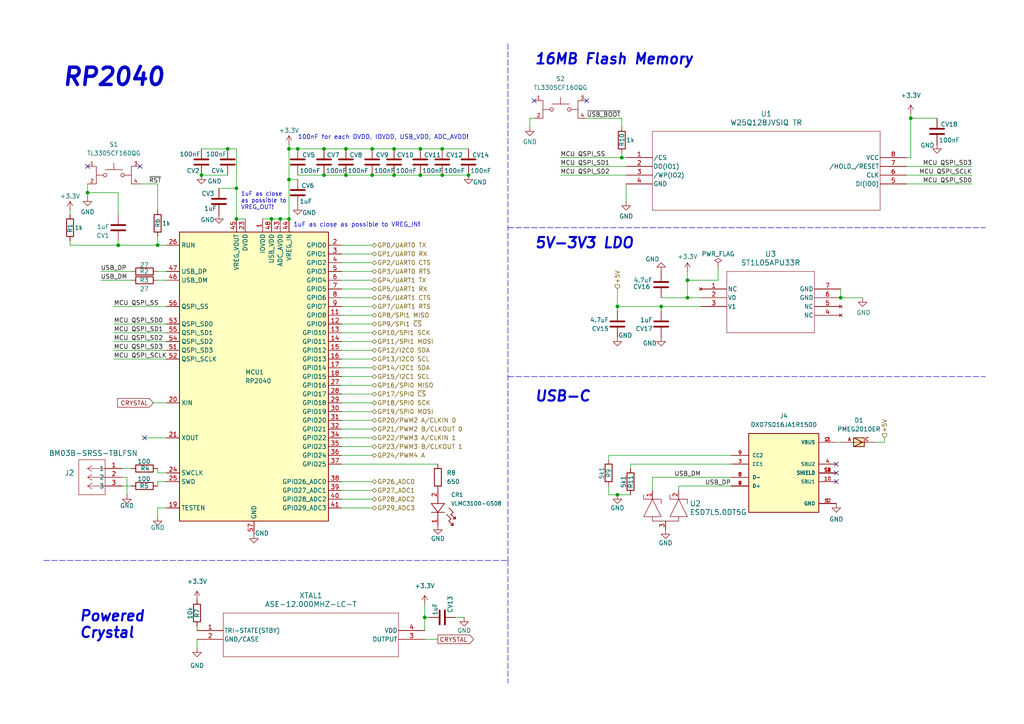
<source format=kicad_sch>
(kicad_sch (version 20231120) (generator "eeschema") (generator_version "8.0")
  (paper "A4")
  (title_block (title "RP2040 Standard") (company "Porto Space Team") (comment 1 "Miguel Amorim"))
  (lib_symbols
    (symbol "16MB_Flash:W25Q128JVSIQ_TR" (pin_names (offset 0.254))
      (property "Reference" "U" (at 40.64 12.7 0))
      (property "Value" "W25Q128JVSIQ TR" (at 40.64 10.16 0))
      (symbol "W25Q128JVSIQ_TR_0_1"
        (pin input line (at 0 0 0) (length 7.62) (name "/CS") (number "1"))
        (pin bidirectional line (at 0 -2.54 0) (length 7.62) (name "DO(IO1)") (number "2"))
        (pin bidirectional line (at 0 -5.08 0) (length 7.62) (name "/WP(IO2)") (number "3"))
        (pin passive line (at 0 -7.62 0) (length 7.62) (name "GND") (number "4"))
        (pin bidirectional line (at 81.28 -7.62 180) (length 7.62) (name "DI(IO0)") (number "5"))
        (pin input line (at 81.28 -5.08 180) (length 7.62) (name "CLK") (number "6"))
        (pin bidirectional line (at 81.28 -2.54 180) (length 7.62) (name "/HOLD_/RESET") (number "7"))
        (pin passive line (at 81.28 0 180) (length 7.62) (name "VCC") (number "8"))
      )
    )
    (symbol "AS12MHz:ASE-12.000MHZ-LC-T" (pin_names (offset 0.254))
      (property "Reference" "XTAL" (at 33.02 10.16 0))
      (property "Value" "ASE-12.000MHZ-LC-T" (at 33.02 7.62 0))
      (symbol "ASE-12.000MHZ-LC-T_0_1"
        (pin passive line (at 0 0 0) (length 7.62) (name "TRI-STATE(STBY)") (number "1"))
        (pin passive line (at 0 -2.54 0) (length 7.62) (name "GND/CASE") (number "2"))
        (pin output line (at 66.04 -2.54 180) (length 7.62) (name "OUTPUT") (number "3"))
        (pin power_in line (at 66.04 0 180) (length 7.62) (name "VDD") (number "4"))
      )
    )
    (symbol "DX07S016JA1R1500:DX07S016JA1R1500" (pin_names (offset 1.016))
      (property "Reference" "J" (at -10.16 11.43 0))
      (property "Value" "DX07S016JA1R1500" (at -10.16 -13.97 0))
      (symbol "DX07S016JA1R1500_0_0"
        (pin power_in line (at 15.24 -10.16 180) (length 5.08) (name "GND") (number "1"))
        (pin passive line (at 15.24 -3.81 180) (length 5.08) (name "SBU1") (number "10"))
        (pin passive line (at 15.24 7.62 180) (length 5.08) (name "VBUS") (number "11"))
        (pin power_in line (at 15.24 -10.16 180) (length 5.08) (name "GND") (number "12"))
        (pin passive line (at 15.24 7.62 180) (length 5.08) (name "VBUS") (number "2"))
        (pin passive line (at -15.24 1.27 0) (length 5.08) (name "CC1") (number "3"))
        (pin passive line (at 15.24 1.27 180) (length 5.08) (name "SBU2") (number "4"))
        (pin passive line (at -15.24 -2.54 0) (length 5.08) (name "D-") (number "5"))
        (pin passive line (at -15.24 -5.08 0) (length 5.08) (name "D+") (number "6"))
        (pin passive line (at -15.24 -5.08 0) (length 5.08) (name "D+") (number "7"))
        (pin passive line (at -15.24 -2.54 0) (length 5.08) (name "D-") (number "8"))
        (pin passive line (at -15.24 3.81 0) (length 5.08) (name "CC2") (number "9"))
        (pin passive line (at 15.24 -1.27 180) (length 5.08) (name "SHIELD") (number "S1"))
        (pin passive line (at 15.24 -1.27 180) (length 5.08) (name "SHIELD") (number "S2"))
        (pin passive line (at 15.24 -1.27 180) (length 5.08) (name "SHIELD") (number "S3"))
        (pin passive line (at 15.24 -1.27 180) (length 5.08) (name "SHIELD") (number "S4"))
        (pin passive line (at 15.24 -1.27 180) (length 5.08) (name "SHIELD") (number "S5"))
        (pin passive line (at 15.24 -1.27 180) (length 5.08) (name "SHIELD") (number "S6"))
      )
    )
    (symbol "Device:C" (pin_numbers hide) (pin_names (offset 0.254))
      (property "Reference" "C" (at 0.635 2.54 0))
      (property "Value" "C" (at 0.635 -2.54 0))
      (symbol "C_1_1"
        (pin passive line (at 0 3.81 270) (length 2.794) (name "~") (number "1"))
        (pin passive line (at 0 -3.81 90) (length 2.794) (name "~") (number "2"))
      )
    )
    (symbol "Device:R" (pin_numbers hide) (pin_names (offset 0))
      (property "Reference" "R" (at 2.032 0 90))
      (property "Value" "R" (at 0 0 90))
      (symbol "R_1_1"
        (pin passive line (at 0 3.81 270) (length 1.27) (name "~") (number "1"))
        (pin passive line (at 0 -3.81 90) (length 1.27) (name "~") (number "2"))
      )
    )
    (symbol "ESD7L5_Diode:ESD7L5.0DT5G" (pin_names (offset 0.254))
      (property "Reference" "U" (at 6.35 15.24 0))
      (property "Value" "ESD7L5.0DT5G" (at 6.35 12.7 0))
      (symbol "ESD7L5.0DT5G_1_1"
        (pin passive line (at 2.54 11.43 270) (length 2.54) (name "") (number "1"))
        (pin passive line (at 10.16 11.43 270) (length 2.54) (name "") (number "2"))
        (pin passive line (at 6.35 0 90) (length 2.54) (name "") (number "3"))
      )
    )
    (symbol "GreenLED__VLMC3100-GS08:VLMC3100-GS08" (pin_names (offset 0.254))
      (property "Reference" "CR" (at 5.08 -4.445 0))
      (property "Value" "VLMC3100-GS08" (at 5.08 -7.62 0))
      (symbol "VLMC3100-GS08_1_1"
        (pin passive line (at 10.16 0 180) (length 2.54) (name "") (number "1"))
        (pin passive line (at 0 0 0) (length 2.54) (name "") (number "2"))
      )
      (symbol "VLMC3100-GS08_1_2"
        (pin passive line (at 0 10.16 270) (length 2.54) (name "") (number "1"))
        (pin passive line (at 0 0 90) (length 2.54) (name "") (number "2"))
      )
    )
    (symbol "LDO_ST1L05A:ST1L05APU33R" (pin_names (offset 0.254))
      (property "Reference" "U" (at 20.32 10.16 0))
      (property "Value" "ST1L05APU33R" (at 20.32 7.62 0))
      (symbol "ST1L05APU33R_0_1"
        (pin no_connect line (at 0 0 0) (length 7.62) (name "NC") (number "1"))
        (pin passive line (at 0 -2.54 0) (length 7.62) (name "V0") (number "2"))
        (pin passive line (at 0 -5.08 0) (length 7.62) (name "V1") (number "3"))
        (pin no_connect line (at 40.64 -7.62 180) (length 7.62) (name "NC") (number "4"))
        (pin no_connect line (at 40.64 -5.08 180) (length 7.62) (name "NC") (number "5"))
        (pin passive line (at 40.64 -2.54 180) (length 7.62) (name "GND") (number "6"))
        (pin passive line (at 40.64 0 180) (length 7.62) (name "GND") (number "7"))
      )
    )
    (symbol "MCU_RaspberryPi:RP2040"
      (property "Reference" "U" (at 17.78 45.72 0))
      (property "Value" "RP2040" (at 17.78 43.18 0))
      (symbol "RP2040_1_1"
        (pin power_in line (at 2.54 45.72 270) (length 3.81) (name "IOVDD") (number "1"))
        (pin passive line (at 2.54 45.72 270) (length 3.81) hide (name "IOVDD") (number "10"))
        (pin bidirectional line (at 25.4 17.78 180) (length 3.81) (name "GPIO8") (number "11"))
        (pin bidirectional line (at 25.4 15.24 180) (length 3.81) (name "GPIO9") (number "12"))
        (pin bidirectional line (at 25.4 12.7 180) (length 3.81) (name "GPIO10") (number "13"))
        (pin bidirectional line (at 25.4 10.16 180) (length 3.81) (name "GPIO11") (number "14"))
        (pin bidirectional line (at 25.4 7.62 180) (length 3.81) (name "GPIO12") (number "15"))
        (pin bidirectional line (at 25.4 5.08 180) (length 3.81) (name "GPIO13") (number "16"))
        (pin bidirectional line (at 25.4 2.54 180) (length 3.81) (name "GPIO14") (number "17"))
        (pin bidirectional line (at 25.4 0 180) (length 3.81) (name "GPIO15") (number "18"))
        (pin input line (at -25.4 -38.1 0) (length 3.81) (name "TESTEN") (number "19"))
        (pin bidirectional line (at 25.4 38.1 180) (length 3.81) (name "GPIO0") (number "2"))
        (pin input line (at -25.4 -7.62 0) (length 3.81) (name "XIN") (number "20"))
        (pin passive line (at -25.4 -17.78 0) (length 3.81) (name "XOUT") (number "21"))
        (pin passive line (at 2.54 45.72 270) (length 3.81) hide (name "IOVDD") (number "22"))
        (pin power_in line (at -2.54 45.72 270) (length 3.81) (name "DVDD") (number "23"))
        (pin input line (at -25.4 -27.94 0) (length 3.81) (name "SWCLK") (number "24"))
        (pin bidirectional line (at -25.4 -30.48 0) (length 3.81) (name "SWD") (number "25"))
        (pin input line (at -25.4 38.1 0) (length 3.81) (name "RUN") (number "26"))
        (pin bidirectional line (at 25.4 -2.54 180) (length 3.81) (name "GPIO16") (number "27"))
        (pin bidirectional line (at 25.4 -5.08 180) (length 3.81) (name "GPIO17") (number "28"))
        (pin bidirectional line (at 25.4 -7.62 180) (length 3.81) (name "GPIO18") (number "29"))
        (pin bidirectional line (at 25.4 35.56 180) (length 3.81) (name "GPIO1") (number "3"))
        (pin bidirectional line (at 25.4 -10.16 180) (length 3.81) (name "GPIO19") (number "30"))
        (pin bidirectional line (at 25.4 -12.7 180) (length 3.81) (name "GPIO20") (number "31"))
        (pin bidirectional line (at 25.4 -15.24 180) (length 3.81) (name "GPIO21") (number "32"))
        (pin passive line (at 2.54 45.72 270) (length 3.81) hide (name "IOVDD") (number "33"))
        (pin bidirectional line (at 25.4 -17.78 180) (length 3.81) (name "GPIO22") (number "34"))
        (pin bidirectional line (at 25.4 -20.32 180) (length 3.81) (name "GPIO23") (number "35"))
        (pin bidirectional line (at 25.4 -22.86 180) (length 3.81) (name "GPIO24") (number "36"))
        (pin bidirectional line (at 25.4 -25.4 180) (length 3.81) (name "GPIO25") (number "37"))
        (pin bidirectional line (at 25.4 -30.48 180) (length 3.81) (name "GPIO26_ADC0") (number "38"))
        (pin bidirectional line (at 25.4 -33.02 180) (length 3.81) (name "GPIO27_ADC1") (number "39"))
        (pin bidirectional line (at 25.4 33.02 180) (length 3.81) (name "GPIO2") (number "4"))
        (pin bidirectional line (at 25.4 -35.56 180) (length 3.81) (name "GPIO28_ADC2") (number "40"))
        (pin bidirectional line (at 25.4 -38.1 180) (length 3.81) (name "GPIO29_ADC3") (number "41"))
        (pin passive line (at 2.54 45.72 270) (length 3.81) hide (name "IOVDD") (number "42"))
        (pin power_in line (at 7.62 45.72 270) (length 3.81) (name "ADC_AVDD") (number "43"))
        (pin power_in line (at 10.16 45.72 270) (length 3.81) (name "VREG_IN") (number "44"))
        (pin power_out line (at -5.08 45.72 270) (length 3.81) (name "VREG_VOUT") (number "45"))
        (pin bidirectional line (at -25.4 27.94 0) (length 3.81) (name "USB_DM") (number "46"))
        (pin bidirectional line (at -25.4 30.48 0) (length 3.81) (name "USB_DP") (number "47"))
        (pin power_in line (at 5.08 45.72 270) (length 3.81) (name "USB_VDD") (number "48"))
        (pin passive line (at 2.54 45.72 270) (length 3.81) hide (name "IOVDD") (number "49"))
        (pin bidirectional line (at 25.4 30.48 180) (length 3.81) (name "GPIO3") (number "5"))
        (pin passive line (at -2.54 45.72 270) (length 3.81) hide (name "DVDD") (number "50"))
        (pin bidirectional line (at -25.4 7.62 0) (length 3.81) (name "QSPI_SD3") (number "51"))
        (pin output line (at -25.4 5.08 0) (length 3.81) (name "QSPI_SCLK") (number "52"))
        (pin bidirectional line (at -25.4 15.24 0) (length 3.81) (name "QSPI_SD0") (number "53"))
        (pin bidirectional line (at -25.4 10.16 0) (length 3.81) (name "QSPI_SD2") (number "54"))
        (pin bidirectional line (at -25.4 12.7 0) (length 3.81) (name "QSPI_SD1") (number "55"))
        (pin bidirectional line (at -25.4 20.32 0) (length 3.81) (name "QSPI_SS") (number "56"))
        (pin power_in line (at 0 -45.72 90) (length 3.81) (name "GND") (number "57"))
        (pin bidirectional line (at 25.4 27.94 180) (length 3.81) (name "GPIO4") (number "6"))
        (pin bidirectional line (at 25.4 25.4 180) (length 3.81) (name "GPIO5") (number "7"))
        (pin bidirectional line (at 25.4 22.86 180) (length 3.81) (name "GPIO6") (number "8"))
        (pin bidirectional line (at 25.4 20.32 180) (length 3.81) (name "GPIO7") (number "9"))
      )
    )
    (symbol "PMEG2010ER:PMEG2010ER" (pin_names (offset 1.016))
      (property "Reference" "D" (at -3.8116 1.7534 0))
      (property "Value" "PMEG2010ER" (at -3.816 -3.5871 0))
      (symbol "PMEG2010ER_0_0"
        (pin passive line (at -5.08 0 0) (length 5.08) (name "~") (number "A"))
        (pin passive line (at 5.08 0 180) (length 5.08) (name "~") (number "C"))
      )
    )
    (symbol "SWD_Con:BM03B-SRSS-TBLFSN" (pin_names (offset 0.254))
      (property "Reference" "J" (at 8.89 6.35 0))
      (property "Value" "BM03B-SRSS-TBLFSN" (at 0 0 0))
      (symbol "BM03B-SRSS-TBLFSN_1_1"
        (pin passive line (at 0 0 0) (length 5.08) (name "1") (number "1"))
        (pin passive line (at 0 -2.54 0) (length 5.08) (name "2") (number "2"))
        (pin passive line (at 0 -5.08 0) (length 5.08) (name "3") (number "3"))
      )
      (symbol "BM03B-SRSS-TBLFSN_1_2"
        (pin passive line (at 0 0 0) (length 5.08) (name "1") (number "1"))
        (pin passive line (at 0 -2.54 0) (length 5.08) (name "2") (number "2"))
        (pin passive line (at 0 -5.08 0) (length 5.08) (name "3") (number "3"))
      )
    )
    (symbol "TL3305CF160QG:TL3305CF160QG" (pin_names (offset 1.016))
      (property "Reference" "S" (at -5.08 5.08 0))
      (property "Value" "TL3305CF160QG" (at -5.08 -5.08 0))
      (symbol "TL3305CF160QG_0_0"
        (pin passive line (at -7.62 2.54 0) (length 2.54) (name "~") (number "1"))
        (pin passive line (at -7.62 -2.54 0) (length 2.54) (name "~") (number "2"))
        (pin passive line (at 7.62 2.54 180) (length 2.54) (name "~") (number "3"))
        (pin passive line (at 7.62 -2.54 180) (length 2.54) (name "~") (number "4"))
      )
    )
    (symbol "power:+3.3V" (power) (pin_numbers hide) (pin_names (offset 0) hide)
      (property "Value" "+3.3V" (at 0 3.556 0))
      (symbol "+3.3V_1_1"
        (pin power_in line (at 0 0 90) (length 0) (name "~") (number "1"))
      )
    )
    (symbol "power:GND" (power) (pin_numbers hide) (pin_names (offset 0) hide)
      (property "Value" "GND" (at 0 -3.81 0))
      (symbol "GND_1_1"
        (pin power_in line (at 0 0 270) (length 0) (name "~") (number "1"))
      )
    )
    (symbol "power:PWR_FLAG" (power) (pin_numbers hide) (pin_names (offset 0) hide)
      (property "Value" "PWR_FLAG" (at 0 3.81 0))
      (symbol "PWR_FLAG_0_0"
        (pin power_out line (at 0 0 90) (length 0) (name "~") (number "1"))
      )
    )
  )
  (junction (at 107.95 50.8))
  (junction (at 114.3 43.18))
  (junction (at 243.84 86.36))
  (junction (at 123.19 179.07))
  (junction (at 25.4 55.88))
  (junction (at 135.89 50.8))
  (junction (at 114.3 50.8))
  (junction (at 191.77 88.9))
  (junction (at 45.72 71.12))
  (junction (at 78.74 63.5))
  (junction (at 121.92 50.8))
  (junction (at 66.04 43.18))
  (junction (at 83.82 63.5))
  (junction (at 264.16 34.29))
  (junction (at 34.29 71.12))
  (junction (at 93.98 50.8))
  (junction (at 199.39 81.28))
  (junction (at 93.98 43.18))
  (junction (at 83.82 52.07))
  (junction (at 100.33 43.18))
  (junction (at 83.82 43.18))
  (junction (at 107.95 43.18))
  (junction (at 58.42 50.8))
  (junction (at 68.58 63.5))
  (junction (at 68.58 54.61))
  (junction (at 100.33 50.8))
  (junction (at 121.92 43.18))
  (junction (at 81.28 63.5))
  (junction (at 179.07 88.9))
  (junction (at 86.36 43.18))
  (junction (at 180.34 45.72))
  (junction (at 128.27 43.18))
  (junction (at 199.39 86.36))
  (junction (at 128.27 50.8))
  (junction (at 179.07 143.51))
  (no_connect (at 242.57 134.62))
  (no_connect (at 40.64 48.26))
  (no_connect (at 242.57 139.7))
  (no_connect (at 242.57 137.16))
  (no_connect (at 154.94 29.21))
  (no_connect (at 41.91 127))
  (no_connect (at 170.18 29.21))
  (no_connect (at 25.4 48.26))
  (wire (pts (xy 76.2 63.5) (xy 78.74 63.5)))
  (wire (pts (xy 196.85 140.97) (xy 196.85 142.24)))
  (wire (pts (xy 99.06 83.82) (xy 107.95 83.82)))
  (wire (pts (xy 179.07 143.51) (xy 176.53 143.51)))
  (wire (pts (xy 45.72 78.74) (xy 48.26 78.74)))
  (wire (pts (xy 100.33 43.18) (xy 93.98 43.18)))
  (wire (pts (xy 107.95 50.8) (xy 114.3 50.8)))
  (polyline (pts (xy 147.32 109.22) (xy 285.75 109.22)) (stroke (width 0) (type dash)))
  (wire (pts (xy 99.06 119.38) (xy 107.95 119.38)))
  (wire (pts (xy 262.89 48.26) (xy 281.94 48.26)))
  (wire (pts (xy 123.19 179.07) (xy 124.46 179.07)))
  (wire (pts (xy 181.61 48.26) (xy 162.56 48.26)))
  (wire (pts (xy 99.06 99.06) (xy 107.95 99.06)))
  (wire (pts (xy 34.29 71.12) (xy 45.72 71.12)))
  (wire (pts (xy 25.4 55.88) (xy 25.4 57.15)))
  (wire (pts (xy 181.61 53.34) (xy 181.61 58.42)))
  (wire (pts (xy 179.07 83.82) (xy 179.07 88.9)))
  (wire (pts (xy 256.54 127) (xy 256.54 128.27)))
  (wire (pts (xy 123.19 175.26) (xy 123.19 179.07)))
  (wire (pts (xy 81.28 63.5) (xy 83.82 63.5)))
  (wire (pts (xy 45.72 81.28) (xy 48.26 81.28)))
  (wire (pts (xy 162.56 45.72) (xy 180.34 45.72)))
  (wire (pts (xy 86.36 43.18) (xy 83.82 43.18)))
  (wire (pts (xy 199.39 78.74) (xy 199.39 81.28)))
  (wire (pts (xy 99.06 142.24) (xy 107.95 142.24)))
  (wire (pts (xy 100.33 50.8) (xy 107.95 50.8)))
  (wire (pts (xy 114.3 50.8) (xy 121.92 50.8)))
  (wire (pts (xy 68.58 54.61) (xy 68.58 43.18)))
  (wire (pts (xy 99.06 132.08) (xy 107.95 132.08)))
  (wire (pts (xy 99.06 129.54) (xy 107.95 129.54)))
  (wire (pts (xy 182.88 143.51) (xy 179.07 143.51)))
  (wire (pts (xy 33.02 88.9) (xy 48.26 88.9)))
  (wire (pts (xy 99.06 101.6) (xy 107.95 101.6)))
  (wire (pts (xy 99.06 111.76) (xy 107.95 111.76)))
  (wire (pts (xy 99.06 73.66) (xy 107.95 73.66)))
  (wire (pts (xy 128.27 50.8) (xy 135.89 50.8)))
  (wire (pts (xy 33.02 104.14) (xy 48.26 104.14)))
  (wire (pts (xy 107.95 43.18) (xy 100.33 43.18)))
  (wire (pts (xy 99.06 96.52) (xy 107.95 96.52)))
  (wire (pts (xy 199.39 86.36) (xy 203.2 86.36)))
  (wire (pts (xy 189.23 138.43) (xy 189.23 142.24)))
  (wire (pts (xy 153.67 34.29) (xy 153.67 36.83)))
  (wire (pts (xy 99.06 78.74) (xy 107.95 78.74)))
  (wire (pts (xy 180.34 34.29) (xy 170.18 34.29)))
  (wire (pts (xy 34.29 55.88) (xy 25.4 55.88)))
  (wire (pts (xy 99.06 139.7) (xy 107.95 139.7)))
  (wire (pts (xy 45.72 147.32) (xy 48.26 147.32)))
  (wire (pts (xy 99.06 71.12) (xy 107.95 71.12)))
  (wire (pts (xy 99.06 91.44) (xy 107.95 91.44)))
  (wire (pts (xy 132.08 179.07) (xy 134.62 179.07)))
  (wire (pts (xy 242.57 128.27) (xy 243.84 128.27)))
  (wire (pts (xy 99.06 88.9) (xy 107.95 88.9)))
  (wire (pts (xy 20.32 60.96) (xy 20.32 62.23)))
  (wire (pts (xy 99.06 116.84) (xy 107.95 116.84)))
  (wire (pts (xy 114.3 43.18) (xy 107.95 43.18)))
  (wire (pts (xy 179.07 88.9) (xy 191.77 88.9)))
  (wire (pts (xy 99.06 106.68) (xy 107.95 106.68)))
  (wire (pts (xy 34.29 71.12) (xy 20.32 71.12)))
  (wire (pts (xy 68.58 43.18) (xy 66.04 43.18)))
  (wire (pts (xy 262.89 50.8) (xy 281.94 50.8)))
  (wire (pts (xy 86.36 50.8) (xy 93.98 50.8)))
  (wire (pts (xy 35.56 140.97) (xy 38.1 140.97)))
  (wire (pts (xy 93.98 43.18) (xy 86.36 43.18)))
  (wire (pts (xy 35.56 138.43) (xy 36.83 138.43)))
  (polyline (pts (xy 147.32 12.7) (xy 147.32 162.56)) (stroke (width 0) (type dash)))
  (wire (pts (xy 83.82 52.07) (xy 86.36 52.07)))
  (wire (pts (xy 33.02 93.98) (xy 48.26 93.98)))
  (wire (pts (xy 33.02 99.06) (xy 48.26 99.06)))
  (wire (pts (xy 191.77 86.36) (xy 199.39 86.36)))
  (wire (pts (xy 199.39 81.28) (xy 199.39 86.36)))
  (wire (pts (xy 99.06 104.14) (xy 107.95 104.14)))
  (wire (pts (xy 264.16 34.29) (xy 264.16 33.02)))
  (wire (pts (xy 212.09 134.62) (xy 182.88 134.62)))
  (wire (pts (xy 123.19 179.07) (xy 123.19 182.88)))
  (wire (pts (xy 40.64 53.34) (xy 45.72 53.34)))
  (wire (pts (xy 176.53 143.51) (xy 176.53 140.97)))
  (wire (pts (xy 243.84 86.36) (xy 250.19 86.36)))
  (wire (pts (xy 262.89 45.72) (xy 264.16 45.72)))
  (wire (pts (xy 44.45 116.84) (xy 48.26 116.84)))
  (polyline (pts (xy 147.32 162.56) (xy 147.32 198.12)) (stroke (width 0) (type dash)))
  (wire (pts (xy 35.56 135.89) (xy 38.1 135.89)))
  (wire (pts (xy 99.06 109.22) (xy 107.95 109.22)))
  (wire (pts (xy 179.07 88.9) (xy 179.07 90.17)))
  (wire (pts (xy 180.34 36.83) (xy 180.34 34.29)))
  (wire (pts (xy 83.82 43.18) (xy 83.82 52.07)))
  (wire (pts (xy 45.72 140.97) (xy 45.72 139.7)))
  (wire (pts (xy 25.4 53.34) (xy 25.4 55.88)))
  (wire (pts (xy 68.58 54.61) (xy 68.58 63.5)))
  (wire (pts (xy 262.89 53.34) (xy 281.94 53.34)))
  (wire (pts (xy 57.15 181.61) (xy 57.15 182.88)))
  (wire (pts (xy 199.39 81.28) (xy 208.28 81.28)))
  (wire (pts (xy 181.61 50.8) (xy 162.56 50.8)))
  (wire (pts (xy 99.06 114.3) (xy 107.95 114.3)))
  (wire (pts (xy 93.98 50.8) (xy 100.33 50.8)))
  (wire (pts (xy 180.34 44.45) (xy 180.34 45.72)))
  (wire (pts (xy 33.02 101.6) (xy 48.26 101.6)))
  (wire (pts (xy 189.23 138.43) (xy 212.09 138.43)))
  (wire (pts (xy 182.88 134.62) (xy 182.88 135.89)))
  (wire (pts (xy 256.54 128.27) (xy 254 128.27)))
  (wire (pts (xy 45.72 71.12) (xy 48.26 71.12)))
  (wire (pts (xy 41.91 127) (xy 48.26 127)))
  (wire (pts (xy 29.21 78.74) (xy 38.1 78.74)))
  (wire (pts (xy 33.02 96.52) (xy 48.26 96.52)))
  (wire (pts (xy 83.82 52.07) (xy 83.82 63.5)))
  (polyline (pts (xy 12.7 162.56) (xy 147.32 162.56)) (stroke (width 0) (type dash)))
  (wire (pts (xy 45.72 149.86) (xy 45.72 147.32)))
  (wire (pts (xy 99.06 93.98) (xy 107.95 93.98)))
  (wire (pts (xy 180.34 45.72) (xy 181.61 45.72)))
  (wire (pts (xy 99.06 81.28) (xy 107.95 81.28)))
  (wire (pts (xy 45.72 137.16) (xy 48.26 137.16)))
  (polyline (pts (xy 147.32 66.04) (xy 285.75 66.04)) (stroke (width 0) (type dash)))
  (wire (pts (xy 45.72 68.58) (xy 45.72 71.12)))
  (wire (pts (xy 121.92 43.18) (xy 114.3 43.18)))
  (wire (pts (xy 29.21 81.28) (xy 38.1 81.28)))
  (wire (pts (xy 36.83 138.43) (xy 36.83 143.51)))
  (wire (pts (xy 191.77 90.17) (xy 191.77 88.9)))
  (wire (pts (xy 99.06 134.62) (xy 127 134.62)))
  (wire (pts (xy 99.06 127) (xy 107.95 127)))
  (wire (pts (xy 34.29 71.12) (xy 34.29 69.85)))
  (wire (pts (xy 264.16 45.72) (xy 264.16 34.29)))
  (wire (pts (xy 176.53 132.08) (xy 212.09 132.08)))
  (wire (pts (xy 45.72 137.16) (xy 45.72 135.89)))
  (wire (pts (xy 154.94 34.29) (xy 153.67 34.29)))
  (wire (pts (xy 128.27 43.18) (xy 135.89 43.18)))
  (wire (pts (xy 243.84 83.82) (xy 243.84 86.36)))
  (wire (pts (xy 121.92 50.8) (xy 128.27 50.8)))
  (wire (pts (xy 68.58 63.5) (xy 71.12 63.5)))
  (wire (pts (xy 58.42 43.18) (xy 66.04 43.18)))
  (wire (pts (xy 20.32 71.12) (xy 20.32 69.85)))
  (wire (pts (xy 63.5 54.61) (xy 68.58 54.61)))
  (wire (pts (xy 57.15 185.42) (xy 57.15 187.96)))
  (wire (pts (xy 58.42 50.8) (xy 66.04 50.8)))
  (wire (pts (xy 176.53 133.35) (xy 176.53 132.08)))
  (wire (pts (xy 191.77 88.9) (xy 203.2 88.9)))
  (wire (pts (xy 34.29 55.88) (xy 34.29 62.23)))
  (wire (pts (xy 99.06 76.2) (xy 107.95 76.2)))
  (wire (pts (xy 264.16 34.29) (xy 271.78 34.29)))
  (wire (pts (xy 99.06 121.92) (xy 107.95 121.92)))
  (wire (pts (xy 123.19 185.42) (xy 127 185.42)))
  (wire (pts (xy 99.06 147.32) (xy 107.95 147.32)))
  (wire (pts (xy 208.28 81.28) (xy 208.28 77.47)))
  (wire (pts (xy 99.06 124.46) (xy 107.95 124.46)))
  (wire (pts (xy 83.82 41.91) (xy 83.82 43.18)))
  (wire (pts (xy 78.74 63.5) (xy 81.28 63.5)))
  (wire (pts (xy 45.72 139.7) (xy 48.26 139.7)))
  (wire (pts (xy 128.27 43.18) (xy 121.92 43.18)))
  (wire (pts (xy 196.85 140.97) (xy 212.09 140.97)))
  (wire (pts (xy 99.06 86.36) (xy 107.95 86.36)))
  (wire (pts (xy 99.06 144.78) (xy 107.95 144.78)))
  (wire (pts (xy 45.72 53.34) (xy 45.72 60.96)))
  (text "USB-C" (at 154.94 116.84 0) (effects (font (size 3 3) (bold yes) (italic yes)) (justify left bottom)))
  (text "5V-3V3 LDO" (at 154.94 72.39 0) (effects (font (size 3 3) (bold yes) (italic yes)) (justify left bottom)))
  (text "16MB Flash Memory" (at 154.94 19.05 0) (effects (font (size 3 3) (bold yes) (italic yes)) (justify left bottom)))
  (text "Powered\nCrystal" (at 22.86 185.42 0) (effects (font (size 3 3) (bold yes) (italic yes)) (justify left bottom)))
  (text "1uF as close \nas possible to \nVREG_OUT!" (at 69.85 60.96 0) (effects (font (size 1.2 1.2)) (justify left bottom)))
  (text "100nF for each DVDD, IOVDD, USB_VDD, ADC_AVDD!" (at 86.36 40.64 0) (effects (font (size 1.27 1.27)) (justify left bottom)))
  (text "1uF as close as possible to VREG_IN!" (at 85.09 66.04 0) (effects (font (size 1.27 1.27)) (justify left bottom)))
  (text "RP2040" (at 17.78 25.4 0) (effects (font (size 5 5) (thickness 1) (bold yes) (italic yes)) (justify left bottom)))
  (label "MCU QSPI_SCLK" (at 33.02 104.14 0))
  (label "MCU QSPI_SS" (at 162.56 45.72 0))
  (label "MCU QSPI_SCLK" (at 281.94 50.8 180))
  (label "MCU QSPI_SD0" (at 33.02 93.98 0))
  (label "MCU QSPI_SD0" (at 281.94 53.34 180))
  (label "MCU QSPI_SD1" (at 33.02 96.52 0))
  (label "USB_DM" (at 29.21 81.28 0))
  (label "MCU QSPI_SD3" (at 33.02 101.6 0))
  (label "MCU QSPI_SD2" (at 33.02 99.06 0))
  (label "MCU QSPI_SD3" (at 281.94 48.26 180))
  (label "~{USB_BOOT}" (at 170.18 34.29 0))
  (label "MCU QSPI_SS" (at 33.02 88.9 0))
  (label "MCU QSPI_SD2" (at 162.56 50.8 0))
  (label "USB_DP" (at 204.47 140.97 0))
  (label "USB_DM" (at 195.58 138.43 0))
  (label "USB_DP" (at 29.21 78.74 0))
  (label "MCU QSPI_SD1" (at 162.56 48.26 0))
  (label "~{RST}" (at 43.18 53.34 0))
  (global_label "CRYSTAL" (shape input) (at 44.45 116.84 180) (property "Intersheetrefs" "${INTERSHEET_REFS}" (effects (hide yes))))
  (global_label "CRYSTAL" (shape output) (at 127 185.42 0) (property "Intersheetrefs" "${INTERSHEET_REFS}" (effects (hide yes))))
  (hierarchical_label "GP8{slash}SPI1 MISO" (shape bidirectional) (at 107.95 91.44 0))
  (hierarchical_label "+5V" (shape input) (at 256.54 127 90))
  (hierarchical_label "GP24{slash}PWM4 A" (shape bidirectional) (at 107.95 132.08 0))
  (hierarchical_label "GP16{slash}SPI0 MISO" (shape bidirectional) (at 107.95 111.76 0))
  (hierarchical_label "GP13{slash}I2C0 SCL" (shape bidirectional) (at 107.95 104.14 0))
  (hierarchical_label "GP7{slash}UART1 RTS" (shape bidirectional) (at 107.95 88.9 0))
  (hierarchical_label "GP22{slash}PWM3 A{slash}CLKIN 1" (shape bidirectional) (at 107.95 127 0))
  (hierarchical_label "GP9{slash}SPI1 ~{CS}" (shape bidirectional) (at 107.95 93.98 0))
  (hierarchical_label "GP21{slash}PWM2 B{slash}CLKOUT 0" (shape bidirectional) (at 107.95 124.46 0))
  (hierarchical_label "GP12{slash}I2C0 SDA" (shape bidirectional) (at 107.95 101.6 0))
  (hierarchical_label "GP4{slash}UART1 TX" (shape bidirectional) (at 107.95 81.28 0))
  (hierarchical_label "GP5{slash}UART1 RX" (shape bidirectional) (at 107.95 83.82 0))
  (hierarchical_label "GP17{slash}SPI0 ~{CS}" (shape bidirectional) (at 107.95 114.3 0))
  (hierarchical_label "GP10{slash}SPI1 SCK" (shape bidirectional) (at 107.95 96.52 0))
  (hierarchical_label "GP2{slash}UART0 CTS" (shape bidirectional) (at 107.95 76.2 0))
  (hierarchical_label "GP15{slash}I2C1 SCL" (shape bidirectional) (at 107.95 109.22 0))
  (hierarchical_label "GP23{slash}PWM3 B{slash}CLKOUT 1" (shape bidirectional) (at 107.95 129.54 0))
  (hierarchical_label "GP0{slash}UART0 TX" (shape bidirectional) (at 107.95 71.12 0))
  (hierarchical_label "GP27_ADC1" (shape bidirectional) (at 107.95 142.24 0))
  (hierarchical_label "+5V" (shape input) (at 179.07 83.82 90))
  (hierarchical_label "GP29_ADC3" (shape bidirectional) (at 107.95 147.32 0))
  (hierarchical_label "GP18{slash}SPI0 SCK" (shape bidirectional) (at 107.95 116.84 0))
  (hierarchical_label "GP11{slash}SPI1 MOSI" (shape bidirectional) (at 107.95 99.06 0))
  (hierarchical_label "GP19{slash}SPI0 MOSI" (shape bidirectional) (at 107.95 119.38 0))
  (hierarchical_label "GP26_ADC0" (shape bidirectional) (at 107.95 139.7 0))
  (hierarchical_label "GP1{slash}UART0 RX" (shape bidirectional) (at 107.95 73.66 0))
  (hierarchical_label "GP28_ADC2" (shape bidirectional) (at 107.95 144.78 0))
  (hierarchical_label "GP6{slash}UART1 CTS" (shape bidirectional) (at 107.95 86.36 0))
  (hierarchical_label "GP14{slash}I2C1 SDA" (shape bidirectional) (at 107.95 106.68 0))
  (hierarchical_label "GP20{slash}PWM2 A{slash}CLKIN 0" (shape bidirectional) (at 107.95 121.92 0))
  (hierarchical_label "GP3{slash}UART0 RTS" (shape bidirectional) (at 107.95 78.74 0))
  (symbol (lib_id "Device:R") (at 57.15 177.8 0) (mirror x) (unit 1)
    (property "Reference" "R7" (at 57.15 176.53 90) (effects (justify left)))
    (property "Value" "10k" (at 55.118 176.022 90) (effects (justify left)))
    (property "Footprint" "RES_0402:RES_0402" (effects (hide yes)))
    (property "Description" "Resistor" (effects (hide yes)))
  )
  (symbol (lib_id "Device:C") (at 34.29 66.04 180) (unit 1)
    (property "Reference" "CV1" (at 31.75 68.326 0) (effects (justify left)))
    (property "Value" "1uF" (at 31.75 65.786 0) (effects (justify left)))
    (property "Footprint" "Capacitor_0402:Capacitor_0402" (effects (hide yes)))
    (property "Description" "Unpolarized capacitor" (effects (hide yes)))
  )
  (symbol (lib_id "Device:R") (at 41.91 81.28 90) (mirror x) (unit 1)
    (property "Reference" "R3" (at 43.18 81.28 90) (effects (justify left)))
    (property "Value" "27" (at 43.18 83.82 90) (effects (justify left)))
    (property "Footprint" "RES_R0603_27:RES_R0603_27" (effects (hide yes)))
    (property "Description" "Resistor" (effects (hide yes)))
  )
  (symbol (lib_id "power:GND") (at 86.36 59.69 0) (unit 1)
    (property "Reference" "#PWR013" (effects (hide yes)))
    (property "Value" "GND" (at 89.662 61.722 0))
    (property "Description" "Power symbol creates a global label with name \"GND\" , ground" (effects (hide yes)))
  )
  (symbol (lib_id "power:GND") (at 25.4 57.15 0) (unit 1)
    (property "Reference" "#PWR04" (effects (hide yes)))
    (property "Value" "GND" (at 25.4 61.468 0))
    (property "Description" "Power symbol creates a global label with name \"GND\" , ground" (effects (hide yes)))
  )
  (symbol (lib_id "MCU_RaspberryPi:RP2040") (at 73.66 109.22 0) (unit 1)
    (property "Reference" "MCU1" (at 71.12 107.95 0) (effects (justify left)))
    (property "Value" "RP2040" (at 71.12 110.49 0) (effects (justify left)))
    (property "Footprint" "Package_DFN_QFN:QFN-56-1EP_7x7mm_P0.4mm_EP3.2x3.2mm" (effects (hide yes)))
    (property "Datasheet" "https://datasheets.raspberrypi.com/rp2040/rp2040-datasheet.pdf" (effects (hide yes)))
    (property "Description" "A microcontroller by Raspberry Pi" (effects (hide yes)))
  )
  (symbol (lib_id "power:GND") (at 45.72 149.86 0) (unit 1)
    (property "Reference" "#PWR06" (effects (hide yes)))
    (property "Value" "GND" (at 45.72 153.035 0))
    (property "Description" "Power symbol creates a global label with name \"GND\" , ground" (effects (hide yes)))
  )
  (symbol (lib_id "Device:C") (at 86.36 55.88 0) (unit 1)
    (property "Reference" "CV6" (at 87.376 53.848 0) (effects (justify left)))
    (property "Value" "1uF" (at 86.868 58.42 0) (effects (justify left)))
    (property "Footprint" "Capacitor_0402:Capacitor_0402" (effects (hide yes)))
    (property "Description" "Unpolarized capacitor" (effects (hide yes)))
  )
  (symbol (lib_id "ESD7L5_Diode:ESD7L5.0DT5G") (at 186.69 153.67 0) (unit 1)
    (property "Reference" "U2" (at 200.025 146.0499 0) (effects (font (size 1.524 1.524)) (justify left)))
    (property "Value" "ESD7L5.0DT5G" (at 200.025 148.5899 0) (effects (font (size 1.524 1.524)) (justify left)))
    (property "Footprint" "SOT-723_0P85X1P25_ONS" (effects (hide yes)))
    (property "Datasheet" "ESD7L5.0DT5G" (effects (hide yes)))
  )
  (symbol (lib_id "Device:R") (at 41.91 140.97 90) (mirror x) (unit 1)
    (property "Reference" "R5" (at 43.18 140.97 90) (effects (justify left)))
    (property "Value" "100" (at 43.688 138.938 90) (effects (justify left)))
    (property "Footprint" "RES_0402:RES_0402" (effects (hide yes)))
    (property "Description" "Resistor" (effects (hide yes)))
  )
  (symbol (lib_id "Device:R") (at 180.34 40.64 0) (unit 1)
    (property "Reference" "R10" (at 180.34 42.545 90) (effects (justify left)))
    (property "Value" "1k" (at 181.61 40.64 0) (effects (justify left)))
    (property "Footprint" "RES_0402:RES_0402" (effects (hide yes)))
    (property "Description" "Resistor" (effects (hide yes)))
  )
  (symbol (lib_id "Device:C") (at 107.95 46.99 0) (unit 1)
    (property "Reference" "CV9" (at 108.966 44.958 0) (effects (justify left)))
    (property "Value" "100nF" (at 108.458 49.53 0) (effects (justify left)))
    (property "Footprint" "Capacitor_0402:Capacitor_0402" (effects (hide yes)))
    (property "Description" "Unpolarized capacitor" (effects (hide yes)))
  )
  (symbol (lib_id "Device:C") (at 93.98 46.99 0) (unit 1)
    (property "Reference" "CV7" (at 94.742 44.958 0) (effects (justify left)))
    (property "Value" "100nF" (at 94.488 49.53 0) (effects (justify left)))
    (property "Footprint" "Capacitor_0402:Capacitor_0402" (effects (hide yes)))
    (property "Description" "Unpolarized capacitor" (effects (hide yes)))
  )
  (symbol (lib_id "power:GND") (at 179.07 143.51 0) (mirror y) (unit 1)
    (property "Reference" "#PWR020" (effects (hide yes)))
    (property "Value" "GND" (at 179.07 147.32 0))
    (property "Description" "Power symbol creates a global label with name \"GND\" , ground" (effects (hide yes)))
  )
  (symbol (lib_id "power:+3.3V") (at 199.39 78.74 0) (unit 1)
    (property "Reference" "#PWR025" (effects (hide yes)))
    (property "Value" "+3.3V" (at 199.39 74.422 0))
    (property "Description" "Power symbol creates a global label with name \"+3.3V\"" (effects (hide yes)))
  )
  (symbol (lib_id "Device:C") (at 128.27 179.07 90) (unit 1)
    (property "Reference" "CV13" (at 130.556 177.8 0) (effects (justify left)))
    (property "Value" "1uF" (at 126.238 178.562 0) (effects (justify left)))
    (property "Footprint" "Capacitor_0402:Capacitor_0402" (effects (hide yes)))
    (property "Description" "Unpolarized capacitor" (effects (hide yes)))
  )
  (symbol (lib_id "Device:R") (at 182.88 139.7 0) (mirror x) (unit 1)
    (property "Reference" "R11" (at 182.88 137.795 90) (effects (justify left)))
    (property "Value" "5k1" (at 180.848 137.922 90) (effects (justify left)))
    (property "Footprint" "R_0805_5K1:R_0805_5K1" (effects (hide yes)))
    (property "Description" "Resistor" (effects (hide yes)))
  )
  (symbol (lib_id "Device:C") (at 179.07 93.98 180) (unit 1)
    (property "Reference" "CV15" (at 176.6062 95.3516 0) (effects (justify left)))
    (property "Value" "4.7uF" (at 176.6062 92.8116 0) (effects (justify left)))
    (property "Footprint" "C_4uF7_0402:C_4uF7_0402" (effects (hide yes)))
    (property "Description" "Unpolarized capacitor" (effects (hide yes)))
  )
  (symbol (lib_id "Device:R") (at 20.32 66.04 0) (unit 1)
    (property "Reference" "R1" (at 20.32 67.564 90) (effects (justify left)))
    (property "Value" "1k" (at 21.59 66.04 0) (effects (justify left)))
    (property "Footprint" "RES_0402:RES_0402" (effects (hide yes)))
    (property "Description" "Resistor" (effects (hide yes)))
  )
  (symbol (lib_id "power:GND") (at 191.77 97.79 0) (unit 1)
    (property "Reference" "#PWR023" (effects (hide yes)))
    (property "Value" "GND" (at 188.468 99.568 0))
    (property "Description" "Power symbol creates a global label with name \"GND\" , ground" (effects (hide yes)))
  )
  (symbol (lib_id "Device:R") (at 127 138.43 0) (unit 1)
    (property "Reference" "R8" (at 129.54 137.1599 0) (effects (justify left)))
    (property "Value" "650" (at 129.54 139.6999 0) (effects (justify left)))
    (property "Description" "Resistor" (effects (hide yes)))
  )
  (symbol (lib_id "Device:C") (at 100.33 46.99 0) (unit 1)
    (property "Reference" "CV8" (at 101.346 44.958 0) (effects (justify left)))
    (property "Value" "100nF" (at 100.838 49.53 0) (effects (justify left)))
    (property "Footprint" "Capacitor_0402:Capacitor_0402" (effects (hide yes)))
    (property "Description" "Unpolarized capacitor" (effects (hide yes)))
  )
  (symbol (lib_id "power:GND") (at 36.83 143.51 0) (unit 1)
    (property "Reference" "#PWR05" (effects (hide yes)))
    (property "Value" "GND" (at 36.83 146.685 0))
    (property "Description" "Power symbol creates a global label with name \"GND\" , ground" (effects (hide yes)))
  )
  (symbol (lib_id "power:+3.3V") (at 57.15 173.99 0) (unit 1)
    (property "Reference" "#PWR07" (effects (hide yes)))
    (property "Value" "+3.3V" (at 57.15 168.656 0))
    (property "Description" "Power symbol creates a global label with name \"+3.3V\"" (effects (hide yes)))
  )
  (symbol (lib_id "SWD_Con:BM03B-SRSS-TBLFSN") (at 35.56 135.89 0) (mirror y) (unit 1)
    (property "Reference" "J2" (at 21.59 137.1599 0) (effects (font (size 1.524 1.524)) (justify left)))
    (property "Value" "BM03B-SRSS-TBLFSN" (at 40.005 131.445 0) (effects (font (size 1.524 1.524)) (justify left)))
    (property "Footprint" "CONN_BM03B-SRSS-TBLFSN_JST" (effects (hide yes)))
    (property "Datasheet" "BM03B-SRSS-TBLFSN" (effects (hide yes)))
  )
  (symbol (lib_id "GreenLED__VLMC3100-GS08:VLMC3100-GS08") (at 127 142.24 270) (unit 1)
    (property "Reference" "CR1" (at 130.81 143.51 90) (effects (font (size 1.143 1.143)) (justify left)))
    (property "Value" "VLMC3100-GS08" (at 130.81 146.05 90) (effects (font (size 1.143 1.143)) (justify left)))
    (property "Footprint" "LED_PLCC_VSMB" (effects (hide yes)))
    (property "Datasheet" "VLMC3100-GS08" (effects (hide yes)))
  )
  (symbol (lib_id "DX07S016JA1R1500:DX07S016JA1R1500") (at 227.33 135.89 0) (unit 1)
    (property "Reference" "J4" (at 227.33 120.65 0))
    (property "Value" "DX07S016JA1R1500" (at 227.33 123.19 0))
    (property "Footprint" "DX07S016JA1R1500:JAE_DX07S016JA1R1500" (effects (hide yes)))
    (property "MF" "JAE Electronics" (effects (hide yes)))
    (property "MAXIMUM_PACKAGE_HEIGHT" "3.31 mm" (effects (hide yes)))
    (property "Package" "None" (effects (hide yes)))
    (property "Price" "None" (effects (hide yes)))
    (property "Check_prices" "https://www.snapeda.com/parts/DX07S016JA1R1500/JAE+Electronics/view-part/?ref=eda" (effects (hide yes)))
    (property "STANDARD" "Manufacturer Recommendations" (effects (hide yes)))
    (property "PARTREV" "1" (effects (hide yes)))
    (property "SnapEDA_Link" "https://www.snapeda.com/parts/DX07S016JA1R1500/JAE+Electronics/view-part/?ref=snap" (effects (hide yes)))
    (property "MP" "DX07S016JA1R1500" (effects (hide yes)))
    (property "Description_1" "\n                        \n                            USB-C (USB TYPE-C) USB 2.0 Receptacle Connector 24 (16+8 Dummy) Position Surface Mount, Right Angle; Through Hole\n                        \n" (effects (hide yes)))
    (property "Availability" "In Stock" (effects (hide yes)))
    (property "MANUFACTURER" "JAE Industry Ltd." (effects (hide yes)))
  )
  (symbol (lib_id "power:GND") (at 58.42 50.8 0) (unit 1)
    (property "Reference" "#PWR09" (effects (hide yes)))
    (property "Value" "GND" (at 62.23 52.578 0))
    (property "Description" "Power symbol creates a global label with name \"GND\" , ground" (effects (hide yes)))
  )
  (symbol (lib_id "TL3305CF160QG:TL3305CF160QG") (at 33.02 50.8 0) (unit 1)
    (property "Reference" "S1" (at 33.02 41.91 0))
    (property "Value" "TL3305CF160QG" (at 33.02 44.45 0))
    (property "Footprint" "TL3305CF160QG:SW_TL3305CF160QG" (effects (hide yes)))
    (property "MF" "E-Switch" (effects (hide yes)))
    (property "MAXIMUM_PACKAGE_HEIGHT" "5 mm" (effects (hide yes)))
    (property "Package" "None" (effects (hide yes)))
    (property "Price" "None" (effects (hide yes)))
    (property "Check_prices" "https://www.snapeda.com/parts/TL3305CF160QG/E-Switch/view-part/?ref=eda" (effects (hide yes)))
    (property "STANDARD" "Manufacturer Recommendations" (effects (hide yes)))
    (property "PARTREV" "C" (effects (hide yes)))
    (property "SnapEDA_Link" "https://www.snapeda.com/parts/TL3305CF160QG/E-Switch/view-part/?ref=snap" (effects (hide yes)))
    (property "MP" "TL3305CF160QG" (effects (hide yes)))
    (property "Description_1" "\n                        \n                            SWITCH TACTILE SPST-NO 50MA 12V\n                        \n" (effects (hide yes)))
    (property "MANUFACTURER" "E-Switch" (effects (hide yes)))
    (property "Availability" "In Stock" (effects (hide yes)))
    (property "SNAPEDA_PN" "TL3305BF260QG" (effects (hide yes)))
  )
  (symbol (lib_id "Device:C") (at 128.27 46.99 0) (unit 1)
    (property "Reference" "CV12" (at 129.286 44.958 0) (effects (justify left)))
    (property "Value" "100nF" (at 128.778 49.53 0) (effects (justify left)))
    (property "Footprint" "Capacitor_0402:Capacitor_0402" (effects (hide yes)))
    (property "Description" "Unpolarized capacitor" (effects (hide yes)))
  )
  (symbol (lib_id "Device:R") (at 45.72 64.77 0) (unit 1)
    (property "Reference" "R6" (at 45.72 66.04 90) (effects (justify left)))
    (property "Value" "1k" (at 46.99 64.77 0) (effects (justify left)))
    (property "Footprint" "RES_0402:RES_0402" (effects (hide yes)))
    (property "Description" "Resistor" (effects (hide yes)))
  )
  (symbol (lib_id "16MB_Flash:W25Q128JVSIQ_TR") (at 181.61 45.72 0) (unit 1)
    (property "Reference" "U1" (at 222.25 33.02 0) (effects (font (size 1.524 1.524))))
    (property "Value" "W25Q128JVSIQ TR" (at 222.25 35.56 0) (effects (font (size 1.524 1.524))))
    (property "Footprint" "SOIC_208MIL_WIN" (effects (hide yes)))
    (property "Datasheet" "W25Q128JVSIQ TR" (effects (hide yes)))
  )
  (symbol (lib_id "power:GND") (at 73.66 154.94 0) (unit 1)
    (property "Reference" "#PWR011" (effects (hide yes)))
    (property "Value" "GND" (at 75.946 154.686 0))
    (property "Description" "Power symbol creates a global label with name \"GND\" , ground" (effects (hide yes)))
  )
  (symbol (lib_id "power:GND") (at 134.62 179.07 0) (unit 1)
    (property "Reference" "#PWR016" (effects (hide yes)))
    (property "Value" "GND" (at 134.62 182.88 0))
    (property "Description" "Power symbol creates a global label with name \"GND\" , ground" (effects (hide yes)))
  )
  (symbol (lib_id "Device:C") (at 114.3 46.99 0) (unit 1)
    (property "Reference" "CV10" (at 115.062 44.958 0) (effects (justify left)))
    (property "Value" "100nF" (at 114.808 49.53 0) (effects (justify left)))
    (property "Footprint" "Capacitor_0402:Capacitor_0402" (effects (hide yes)))
    (property "Description" "Unpolarized capacitor" (effects (hide yes)))
  )
  (symbol (lib_id "power:GND") (at 63.5 62.23 0) (unit 1)
    (property "Reference" "#PWR010" (effects (hide yes)))
    (property "Value" "GND" (at 60.198 63.754 0))
    (property "Description" "Power symbol creates a global label with name \"GND\" , ground" (effects (hide yes)))
  )
  (symbol (lib_id "Device:R") (at 41.91 78.74 90) (unit 1)
    (property "Reference" "R2" (at 43.18 78.74 90) (effects (justify left)))
    (property "Value" "27" (at 43.18 76.835 90) (effects (justify left)))
    (property "Footprint" "RES_R0603_27:RES_R0603_27" (effects (hide yes)))
    (property "Description" "Resistor" (effects (hide yes)))
  )
  (symbol (lib_id "power:GND") (at 271.78 41.91 0) (unit 1)
    (property "Reference" "#PWR029" (effects (hide yes)))
    (property "Value" "GND" (at 268.986 42.164 0))
    (property "Description" "Power symbol creates a global label with name \"GND\" , ground" (effects (hide yes)))
  )
  (symbol (lib_id "power:GND") (at 242.57 146.05 0) (mirror y) (unit 1)
    (property "Reference" "#PWR026" (effects (hide yes)))
    (property "Value" "GND" (at 242.57 150.622 0))
    (property "Description" "Power symbol creates a global label with name \"GND\" , ground" (effects (hide yes)))
  )
  (symbol (lib_id "power:GND") (at 250.19 86.36 0) (unit 1)
    (property "Reference" "#PWR027" (effects (hide yes)))
    (property "Value" "GND" (at 250.444 90.678 0))
    (property "Description" "Power symbol creates a global label with name \"GND\" , ground" (effects (hide yes)))
  )
  (symbol (lib_id "power:+3.3V") (at 264.16 33.02 0) (unit 1)
    (property "Reference" "#PWR028" (effects (hide yes)))
    (property "Value" "+3.3V" (at 264.16 27.686 0))
    (property "Description" "Power symbol creates a global label with name \"+3.3V\"" (effects (hide yes)))
  )
  (symbol (lib_id "AS12MHz:ASE-12.000MHZ-LC-T") (at 57.15 182.88 0) (unit 1)
    (property "Reference" "XTAL1" (at 90.17 172.72 0) (effects (font (size 1.524 1.524))))
    (property "Value" "ASE-12.000MHZ-LC-T" (at 90.17 175.26 0) (effects (font (size 1.524 1.524))))
    (property "Footprint" "ASE-3.2X2.5_ABR" (effects (hide yes)))
    (property "Datasheet" "ASE-12.000MHZ-LC-T" (effects (hide yes)))
  )
  (symbol (lib_id "power:GND") (at 179.07 97.79 0) (unit 1)
    (property "Reference" "#PWR019" (effects (hide yes)))
    (property "Value" "GND" (at 181.356 97.282 0))
    (property "Description" "Power symbol creates a global label with name \"GND\" , ground" (effects (hide yes)))
  )
  (symbol (lib_id "power:GND") (at 127 152.4 0) (unit 1)
    (property "Reference" "#PWR015" (effects (hide yes)))
    (property "Value" "GND" (at 127 156.21 0))
    (property "Description" "Power symbol creates a global label with name \"GND\" , ground" (effects (hide yes)))
  )
  (symbol (lib_id "Device:C") (at 66.04 46.99 180) (unit 1)
    (property "Reference" "CV4" (at 65.024 49.53 0) (effects (justify left)))
    (property "Value" "100nF" (at 65.786 44.704 0) (effects (justify left)))
    (property "Footprint" "Capacitor_0402:Capacitor_0402" (effects (hide yes)))
    (property "Description" "Unpolarized capacitor" (effects (hide yes)))
  )
  (symbol (lib_id "power:GND") (at 153.67 36.83 0) (unit 1)
    (property "Reference" "#PWR018" (effects (hide yes)))
    (property "Value" "GND" (at 153.67 41.148 0))
    (property "Description" "Power symbol creates a global label with name \"GND\" , ground" (effects (hide yes)))
  )
  (symbol (lib_id "TL3305CF160QG:TL3305CF160QG") (at 162.56 31.75 0) (unit 1)
    (property "Reference" "S2" (at 162.56 22.86 0))
    (property "Value" "TL3305CF160QG" (at 162.56 25.4 0))
    (property "Footprint" "TL3305CF160QG:SW_TL3305CF160QG" (effects (hide yes)))
    (property "MF" "E-Switch" (effects (hide yes)))
    (property "MAXIMUM_PACKAGE_HEIGHT" "5 mm" (effects (hide yes)))
    (property "Package" "None" (effects (hide yes)))
    (property "Price" "None" (effects (hide yes)))
    (property "Check_prices" "https://www.snapeda.com/parts/TL3305CF160QG/E-Switch/view-part/?ref=eda" (effects (hide yes)))
    (property "STANDARD" "Manufacturer Recommendations" (effects (hide yes)))
    (property "PARTREV" "C" (effects (hide yes)))
    (property "SnapEDA_Link" "https://www.snapeda.com/parts/TL3305CF160QG/E-Switch/view-part/?ref=snap" (effects (hide yes)))
    (property "MP" "TL3305CF160QG" (effects (hide yes)))
    (property "Description_1" "\n                        \n                            SWITCH TACTILE SPST-NO 50MA 12V\n                        \n" (effects (hide yes)))
    (property "MANUFACTURER" "E-Switch" (effects (hide yes)))
    (property "Availability" "In Stock" (effects (hide yes)))
    (property "SNAPEDA_PN" "TL3305BF260QG" (effects (hide yes)))
  )
  (symbol (lib_id "Device:R") (at 176.53 137.16 0) (mirror x) (unit 1)
    (property "Reference" "R9" (at 176.53 135.89 90) (effects (justify left)))
    (property "Value" "5k1" (at 174.498 135.382 90) (effects (justify left)))
    (property "Footprint" "R_0805_5K1:R_0805_5K1" (effects (hide yes)))
    (property "Description" "Resistor" (effects (hide yes)))
  )
  (symbol (lib_id "Device:C") (at 121.92 46.99 0) (unit 1)
    (property "Reference" "CV11" (at 122.936 44.958 0) (effects (justify left)))
    (property "Value" "100nF" (at 122.428 49.53 0) (effects (justify left)))
    (property "Footprint" "Capacitor_0402:Capacitor_0402" (effects (hide yes)))
    (property "Description" "Unpolarized capacitor" (effects (hide yes)))
  )
  (symbol (lib_id "power:GND") (at 135.89 50.8 0) (unit 1)
    (property "Reference" "#PWR017" (effects (hide yes)))
    (property "Value" "GND" (at 139.192 52.832 0))
    (property "Description" "Power symbol creates a global label with name \"GND\" , ground" (effects (hide yes)))
  )
  (symbol (lib_id "Device:C") (at 63.5 58.42 0) (unit 1)
    (property "Reference" "CV3" (at 58.42 56.134 0) (effects (justify left)))
    (property "Value" "1uF" (at 59.182 60.452 0) (effects (justify left)))
    (property "Footprint" "Capacitor_0402:Capacitor_0402" (effects (hide yes)))
    (property "Description" "Unpolarized capacitor" (effects (hide yes)))
  )
  (symbol (lib_id "Device:C") (at 135.89 46.99 0) (unit 1)
    (property "Reference" "CV14" (at 136.906 44.958 0) (effects (justify left)))
    (property "Value" "100nF" (at 136.398 49.53 0) (effects (justify left)))
    (property "Footprint" "Capacitor_0402:Capacitor_0402" (effects (hide yes)))
    (property "Description" "Unpolarized capacitor" (effects (hide yes)))
  )
  (symbol (lib_id "power:GND") (at 193.04 153.67 0) (mirror y) (unit 1)
    (property "Reference" "#PWR024" (effects (hide yes)))
    (property "Value" "GND" (at 193.04 157.48 0))
    (property "Description" "Power symbol creates a global label with name \"GND\" , ground" (effects (hide yes)))
  )
  (symbol (lib_id "Device:C") (at 191.77 82.55 0) (mirror y) (unit 1)
    (property "Reference" "CV16" (at 188.595 83.185 0) (effects (justify left)))
    (property "Value" "4.7uF" (at 189.23 81.28 0) (effects (justify left)))
    (property "Footprint" "C_4uF7_0402:C_4uF7_0402" (effects (hide yes)))
    (property "Description" "Unpolarized capacitor" (effects (hide yes)))
  )
  (symbol (lib_id "Device:R") (at 41.91 135.89 90) (mirror x) (unit 1)
    (property "Reference" "R4" (at 43.434 135.89 90) (effects (justify left)))
    (property "Value" "100" (at 43.688 133.858 90) (effects (justify left)))
    (property "Footprint" "RES_0402:RES_0402" (effects (hide yes)))
    (property "Description" "Resistor" (effects (hide yes)))
  )
  (symbol (lib_id "power:GND") (at 181.61 58.42 0) (unit 1)
    (property "Reference" "#PWR021" (effects (hide yes)))
    (property "Value" "GND" (at 181.61 62.738 0))
    (property "Description" "Power symbol creates a global label with name \"GND\" , ground" (effects (hide yes)))
  )
  (symbol (lib_id "LDO_ST1L05A:ST1L05APU33R") (at 203.2 83.82 0) (unit 1)
    (property "Reference" "U3" (at 223.52 73.66 0) (effects (font (size 1.524 1.524))))
    (property "Value" "ST1L05APU33R" (at 223.52 76.2 0) (effects (font (size 1.524 1.524))))
    (property "Footprint" "DFN_5APU33R_STM" (effects (hide yes)))
    (property "Datasheet" "ST1L05APU33R" (effects (hide yes)))
  )
  (symbol (lib_id "Device:C") (at 86.36 46.99 0) (unit 1)
    (property "Reference" "CV5" (at 87.63 44.958 0) (effects (justify left)))
    (property "Value" "100nF" (at 86.868 49.53 0) (effects (justify left)))
    (property "Footprint" "Capacitor_0402:Capacitor_0402" (effects (hide yes)))
    (property "Description" "Unpolarized capacitor" (effects (hide yes)))
  )
  (symbol (lib_id "power:GND") (at 57.15 187.96 0) (unit 1)
    (property "Reference" "#PWR08" (effects (hide yes)))
    (property "Value" "GND" (at 57.15 193.04 0))
    (property "Description" "Power symbol creates a global label with name \"GND\" , ground" (effects (hide yes)))
  )
  (symbol (lib_id "power:+3.3V") (at 123.19 175.26 0) (unit 1)
    (property "Reference" "#PWR014" (effects (hide yes)))
    (property "Value" "+3.3V" (at 123.19 169.926 0))
    (property "Description" "Power symbol creates a global label with name \"+3.3V\"" (effects (hide yes)))
  )
  (symbol (lib_id "PMEG2010ER:PMEG2010ER") (at 248.92 128.27 0) (unit 1)
    (property "Reference" "D1" (at 249.1317 121.92 0))
    (property "Value" "PMEG2010ER" (at 249.1317 124.46 0))
    (property "Footprint" "PMEG2010ER:SODFL3517X110N" (effects (hide yes)))
    (property "MF" "NXP Semiconductors" (effects (hide yes)))
    (property "Description_1" "\n                        \n                            Rectifier Diode Schottky 1A Automotive 2-Pin SOD-123W T/R\n                        \n" (effects (hide yes)))
    (property "Package" "SOD-123 Nexperia USA" (effects (hide yes)))
    (property "Price" "None" (effects (hide yes)))
    (property "Check_prices" "https://www.snapeda.com/parts/PMEG2010ER/NXP+Semiconductors/view-part/?ref=eda" (effects (hide yes)))
    (property "STANDARD" "IPC-7351B" (effects (hide yes)))
    (property "PARTREV" "01" (effects (hide yes)))
    (property "SnapEDA_Link" "https://www.snapeda.com/parts/PMEG2010ER/NXP+Semiconductors/view-part/?ref=snap" (effects (hide yes)))
    (property "MP" "PMEG2010ER" (effects (hide yes)))
    (property "Availability" "In Stock" (effects (hide yes)))
    (property "MANUFACTURER" "NEXPERIA" (effects (hide yes)))
  )
  (symbol (lib_id "Device:C") (at 58.42 46.99 180) (unit 1)
    (property "Reference" "CV2" (at 57.912 49.53 0) (effects (justify left)))
    (property "Value" "100nF" (at 58.166 44.704 0) (effects (justify left)))
    (property "Footprint" "Capacitor_0402:Capacitor_0402" (effects (hide yes)))
    (property "Description" "Unpolarized capacitor" (effects (hide yes)))
  )
  (symbol (lib_id "power:PWR_FLAG") (at 208.28 77.47 0) (unit 1)
    (property "Reference" "#FLG03" (effects (hide yes)))
    (property "Value" "PWR_FLAG" (at 208.28 73.66 0))
    (property "Description" "Special symbol for telling ERC where power comes from" (effects (hide yes)))
  )
  (symbol (lib_id "power:+3.3V") (at 83.82 41.91 0) (unit 1)
    (property "Reference" "#PWR012" (effects (hide yes)))
    (property "Value" "+3.3V" (at 83.82 37.846 0))
    (property "Description" "Power symbol creates a global label with name \"+3.3V\"" (effects (hide yes)))
  )
  (symbol (lib_id "Device:C") (at 191.77 93.98 180) (unit 1)
    (property "Reference" "CV17" (at 189.3062 95.3516 0) (effects (justify left)))
    (property "Value" "1uF" (at 189.3062 92.8116 0) (effects (justify left)))
    (property "Footprint" "Capacitor_0402:Capacitor_0402" (effects (hide yes)))
    (property "Description" "Unpolarized capacitor" (effects (hide yes)))
  )
  (symbol (lib_id "power:GND") (at 191.77 78.74 0) (mirror x) (unit 1)
    (property "Reference" "#PWR022" (effects (hide yes)))
    (property "Value" "GND" (at 189.23 75.184 0))
    (property "Description" "Power symbol creates a global label with name \"GND\" , ground" (effects (hide yes)))
  )
  (symbol (lib_id "Device:C") (at 271.78 38.1 0) (unit 1)
    (property "Reference" "CV18" (at 272.796 36.068 0) (effects (justify left)))
    (property "Value" "100nF" (at 272.288 40.64 0) (effects (justify left)))
    (property "Footprint" "Capacitor_0402:Capacitor_0402" (effects (hide yes)))
    (property "Description" "Unpolarized capacitor" (effects (hide yes)))
  )
  (symbol (lib_id "power:+3.3V") (at 20.32 60.96 0) (unit 1)
    (property "Reference" "#PWR02" (effects (hide yes)))
    (property "Value" "+3.3V" (at 20.32 56.896 0))
    (property "Description" "Power symbol creates a global label with name \"+3.3V\"" (effects (hide yes)))
  )
)
</source>
